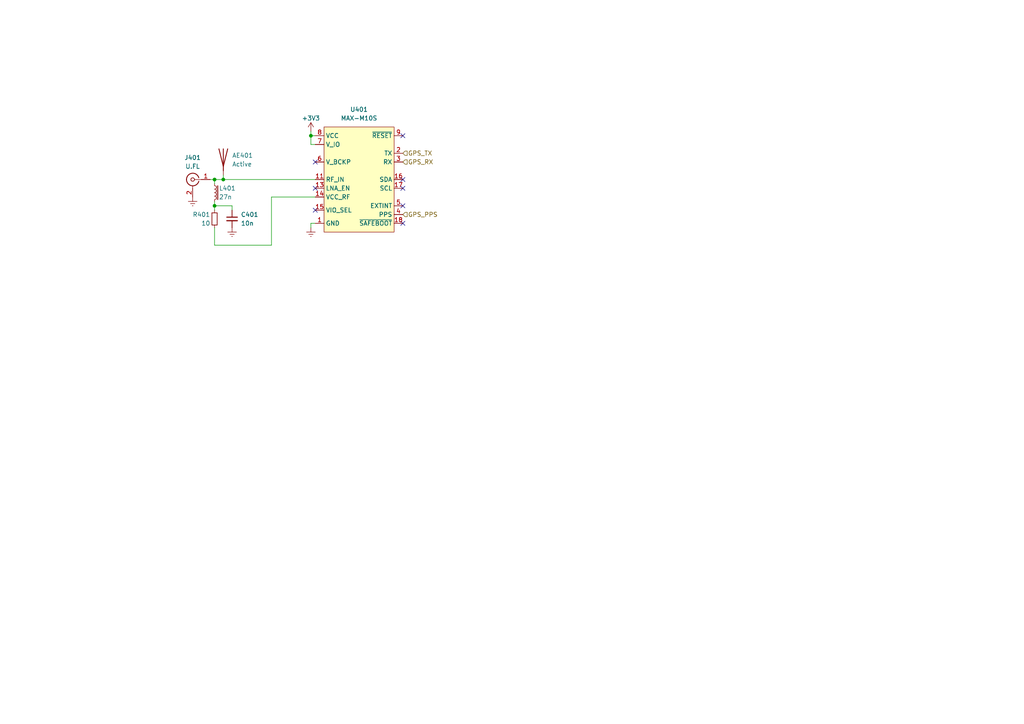
<source format=kicad_sch>
(kicad_sch (version 20211123) (generator eeschema)
  (paper "A4")
  (lib_symbols
    (symbol "Clock:MAX-M10S"
      (property "Reference" "U" (at 0 20.32 0))
      (property "Value" "MAX-M10S" (at 0 20.32 0))
      (symbol "MAX-M10S_0_1"
        (rectangle (start -10.16 15.24) (end 10.16 -15.24) (fill (type background)))
      )
      (symbol "MAX-M10S_1_1"
        (pin input line (at -12.7 -12.7 0) (length 2.54) (name "GND") (number "1"))
        (pin input line (at -12.7 -12.7 0) (length 2.54) hide (name "GND") (number "10"))
        (pin input line (at -12.7 0 0) (length 2.54) (name "RF_IN") (number "11"))
        (pin input line (at -12.7 -12.7 0) (length 2.54) hide (name "GND") (number "12"))
        (pin input line (at -12.7 -2.54 0) (length 2.54) (name "LNA_EN") (number "13"))
        (pin input line (at -12.7 -5.08 0) (length 2.54) (name "VCC_RF") (number "14"))
        (pin input line (at -12.7 -8.89 0) (length 2.54) (name "VIO_SEL") (number "15"))
        (pin input line (at 12.7 0 180) (length 2.54) (name "SDA") (number "16"))
        (pin input line (at 12.7 -2.54 180) (length 2.54) (name "SCL") (number "17"))
        (pin input line (at 12.7 -12.7 180) (length 2.54) (name "~{SAFEBOOT}") (number "18"))
        (pin input line (at 12.7 7.62 180) (length 2.54) (name "TX") (number "2"))
        (pin input line (at 12.7 5.08 180) (length 2.54) (name "RX") (number "3"))
        (pin input line (at 12.7 -10.16 180) (length 2.54) (name "PPS") (number "4"))
        (pin input line (at 12.7 -7.62 180) (length 2.54) (name "EXTINT") (number "5"))
        (pin input line (at -12.7 5.08 0) (length 2.54) (name "V_BCKP") (number "6"))
        (pin input line (at -12.7 10.16 0) (length 2.54) (name "V_IO") (number "7"))
        (pin input line (at -12.7 12.7 0) (length 2.54) (name "VCC") (number "8"))
        (pin input line (at 12.7 12.7 180) (length 2.54) (name "~{RESET}") (number "9"))
      )
    )
    (symbol "Connector:Conn_Coaxial" (pin_names (offset 1.016) hide)
      (property "Reference" "J" (at 0.254 3.048 0))
      (property "Value" "Conn_Coaxial" (at 2.921 0 90))
      (symbol "Conn_Coaxial_0_1"
        (arc (start -1.778 -0.508) (mid 0.2311 -1.8066) (end 1.778 0) (stroke (width 0.254)))
        (polyline (pts (xy -2.54 0) (xy -0.508 0)))
        (polyline (pts (xy 0 -2.54) (xy 0 -1.778)))
        (circle (center 0 0) (radius 0.508) (stroke (width 0.2032)))
        (arc (start 1.778 0) (mid 0.2099 1.8101) (end -1.778 0.508) (stroke (width 0.254)))
      )
      (symbol "Conn_Coaxial_1_1"
        (pin passive line (at -5.08 0 0) (length 2.54) (name "In") (number "1"))
        (pin passive line (at 0 -5.08 90) (length 2.54) (name "Ext") (number "2"))
      )
    )
    (symbol "Device:Antenna" (pin_numbers hide) (pin_names (offset 1.016) hide)
      (property "Reference" "AE" (at -1.905 1.905 0))
      (property "Value" "Antenna" (at -1.905 0 0))
      (symbol "Antenna_0_1"
        (polyline (pts (xy 0 2.54) (xy 0 -3.81)) (stroke (width 0.254)))
        (polyline (pts (xy 1.27 2.54) (xy 0 -2.54) (xy -1.27 2.54)) (stroke (width 0.254)))
      )
      (symbol "Antenna_1_1"
        (pin input line (at 0 -5.08 90) (length 2.54) (name "A") (number "1"))
      )
    )
    (symbol "Device:C_Small" (pin_numbers hide) (pin_names (offset 0.254) hide)
      (property "Reference" "C" (at 0.254 1.778 0))
      (property "Value" "C_Small" (at 0.254 -2.032 0))
      (symbol "C_Small_0_1"
        (polyline (pts (xy -1.524 -0.508) (xy 1.524 -0.508)) (stroke (width 0.3302)))
        (polyline (pts (xy -1.524 0.508) (xy 1.524 0.508)) (stroke (width 0.3048)))
      )
      (symbol "C_Small_1_1"
        (pin passive line (at 0 2.54 270) (length 2.032) (name "~") (number "1"))
        (pin passive line (at 0 -2.54 90) (length 2.032) (name "~") (number "2"))
      )
    )
    (symbol "Device:L_Iron_Small" (pin_numbers hide) (pin_names (offset 0.254) hide)
      (property "Reference" "L" (at 1.27 1.016 0))
      (property "Value" "L_Iron_Small" (at 1.27 -1.27 0))
      (symbol "L_Iron_Small_0_1"
        (arc (start 0 -2.032) (mid 0.508 -1.524) (end 0 -1.016))
        (arc (start 0 -1.016) (mid 0.508 -0.508) (end 0 0))
        (polyline (pts (xy 0.762 2.032) (xy 0.762 -2.032)))
        (polyline (pts (xy 1.016 -2.032) (xy 1.016 2.032)))
        (arc (start 0 0) (mid 0.508 0.508) (end 0 1.016))
        (arc (start 0 1.016) (mid 0.508 1.524) (end 0 2.032))
      )
      (symbol "L_Iron_Small_1_1"
        (pin passive line (at 0 2.54 270) (length 0.508) (name "~") (number "1"))
        (pin passive line (at 0 -2.54 90) (length 0.508) (name "~") (number "2"))
      )
    )
    (symbol "Device:R_Small" (pin_numbers hide) (pin_names (offset 0.254) hide)
      (property "Reference" "R" (at 0.762 0.508 0))
      (property "Value" "R_Small" (at 0.762 -1.016 0))
      (symbol "R_Small_0_1"
        (rectangle (start -0.762 1.778) (end 0.762 -1.778) (stroke (width 0.2032)))
      )
      (symbol "R_Small_1_1"
        (pin passive line (at 0 2.54 270) (length 0.762) (name "~") (number "1"))
        (pin passive line (at 0 -2.54 90) (length 0.762) (name "~") (number "2"))
      )
    )
    (symbol "power:+3V3" (power) (pin_names (offset 0))
      (property "Value" "+3V3" (at 0 3.556 0))
      (symbol "+3V3_0_1"
        (polyline (pts (xy -0.762 1.27) (xy 0 2.54)))
        (polyline (pts (xy 0 0) (xy 0 2.54)))
        (polyline (pts (xy 0 2.54) (xy 0.762 1.27)))
      )
      (symbol "+3V3_1_1"
        (pin power_in line (at 0 0 90) (length 0) hide (name "+3V3") (number "1"))
      )
    )
    (symbol "power:Earth" (power) (pin_names (offset 0))
      (symbol "Earth_0_1"
        (polyline (pts (xy -0.635 -1.905) (xy 0.635 -1.905)))
        (polyline (pts (xy -0.127 -2.54) (xy 0.127 -2.54)))
        (polyline (pts (xy 0 -1.27) (xy 0 0)))
        (polyline (pts (xy 1.27 -1.27) (xy -1.27 -1.27)))
      )
      (symbol "Earth_1_1"
        (pin power_in line (at 0 0 270) (length 0) hide (name "Earth") (number "1"))
      )
    )
  )
  (junction (at 64.77 52.07))
  (junction (at 62.23 52.07))
  (junction (at 62.23 59.69))
  (junction (at 90.17 39.37))
  (no_connect (at 116.84 64.77))
  (no_connect (at 116.84 54.61))
  (no_connect (at 91.44 60.96))
  (no_connect (at 116.84 52.07))
  (no_connect (at 116.84 59.69))
  (no_connect (at 91.44 54.61))
  (no_connect (at 116.84 39.37))
  (no_connect (at 91.44 46.99))
  (wire (pts (xy 67.31 60.96) (xy 67.31 59.69)))
  (wire (pts (xy 62.23 52.07) (xy 64.77 52.07)))
  (wire (pts (xy 64.77 52.07) (xy 91.44 52.07)))
  (wire (pts (xy 62.23 52.07) (xy 60.96 52.07)))
  (wire (pts (xy 62.23 66.04) (xy 62.23 71.12)))
  (wire (pts (xy 78.74 57.15) (xy 91.44 57.15)))
  (wire (pts (xy 62.23 58.42) (xy 62.23 59.69)))
  (wire (pts (xy 90.17 64.77) (xy 90.17 66.04)))
  (wire (pts (xy 91.44 64.77) (xy 90.17 64.77)))
  (wire (pts (xy 90.17 41.91) (xy 91.44 41.91)))
  (wire (pts (xy 90.17 39.37) (xy 91.44 39.37)))
  (wire (pts (xy 64.77 50.8) (xy 64.77 52.07)))
  (wire (pts (xy 78.74 71.12) (xy 62.23 71.12)))
  (wire (pts (xy 62.23 59.69) (xy 62.23 60.96)))
  (wire (pts (xy 90.17 39.37) (xy 90.17 41.91)))
  (wire (pts (xy 67.31 59.69) (xy 62.23 59.69)))
  (wire (pts (xy 90.17 38.1) (xy 90.17 39.37)))
  (wire (pts (xy 62.23 52.07) (xy 62.23 53.34)))
  (wire (pts (xy 78.74 57.15) (xy 78.74 71.12)))
  (hierarchical_label "GPS_TX" (shape input) (at 116.84 44.45 0))
  (hierarchical_label "GPS_RX" (shape input) (at 116.84 46.99 0))
  (hierarchical_label "GPS_PPS" (shape input) (at 116.84 62.23 0))
  (symbol (lib_id "power:Earth") (at 55.88 57.15 0) (unit 1)
    (property "Reference" "#PWR0436" (effects hide))
    (property "Value" "Earth" (effects hide))
  )
  (symbol (lib_id "Connector:Conn_Coaxial") (at 55.88 52.07 0) (mirror y) (unit 1)
    (property "Reference" "J401" (at 55.88 45.72 0))
    (property "Value" "U.FL" (at 55.88 48.26 0))
    (property "Footprint" "Connector_Coaxial:U.FL_Hirose_U.FL-R-SMT-1_Vertical" (effects hide))
    (property "Datasheet" " ~" (effects hide))
  )
  (symbol (lib_id "power:Earth") (at 90.17 66.04 0) (unit 1)
    (property "Reference" "#PWR0439" (effects hide))
    (property "Value" "Earth" (effects hide))
  )
  (symbol (lib_id "power:Earth") (at 67.31 66.04 0) (unit 1)
    (property "Reference" "#PWR0437" (effects hide))
    (property "Value" "Earth" (effects hide))
  )
  (symbol (lib_id "Device:Antenna") (at 64.77 45.72 0) (mirror y) (unit 1)
    (property "Reference" "AE401" (at 67.31 45.0849 0) (effects (justify right)))
    (property "Value" "Active" (at 67.31 47.6249 0) (effects (justify right)))
  )
  (symbol (lib_id "Device:C_Small") (at 67.31 63.5 0) (unit 1)
    (property "Reference" "C401" (at 69.85 62.2362 0) (effects (justify left)))
    (property "Value" "10n" (at 69.85 64.7762 0) (effects (justify left)))
    (property "Footprint" "Capacitor_SMD:C_0402_1005Metric" (effects hide))
  )
  (symbol (lib_id "Clock:MAX-M10S") (at 104.14 52.07 0) (unit 1)
    (property "Reference" "U401" (at 104.14 31.75 0))
    (property "Value" "MAX-M10S" (at 104.14 34.29 0))
    (property "Footprint" "clock:UBLOX_MAX-M10S" (effects hide))
  )
  (symbol (lib_id "Device:R_Small") (at 62.23 63.5 180) (unit 1)
    (property "Reference" "R401" (at 58.42 62.23 0))
    (property "Value" "10" (at 59.69 64.77 0))
    (property "Footprint" "Resistor_SMD:R_0402_1005Metric" (effects hide))
  )
  (symbol (lib_id "Device:L_Iron_Small") (at 62.23 55.88 0) (unit 1)
    (property "Reference" "L401" (at 63.5 54.61 0) (effects (justify left)))
    (property "Value" "27n" (at 63.5 57.15 0) (effects (justify left)))
    (property "Footprint" "Inductor_SMD:L_0402_1005Metric" (effects hide))
  )
  (symbol (lib_id "power:+3V3") (at 90.17 38.1 0) (unit 1)
    (property "Reference" "#PWR0438" (effects hide))
    (property "Value" "+3V3" (at 90.17 34.29 0))
  )
)
</source>
